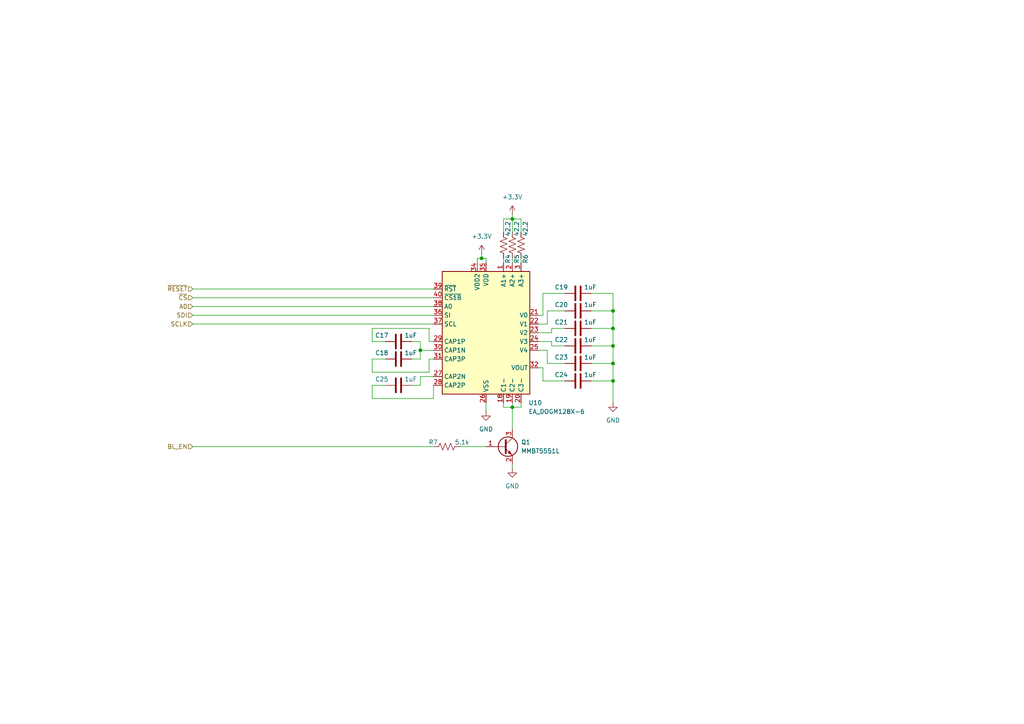
<source format=kicad_sch>
(kicad_sch (version 20250114) (generator "eeschema") (generator_version "9.0")
  (paper "A4")
  (lib_symbols
    (symbol "Device:C" (pin_numbers (hide yes)) (pin_names (offset 0.254))
      (property "Reference" "C" (at 0.635 2.54 0))
      (property "Value" "C" (at 0.635 -2.54 0))
      (symbol "C_0_1"
        (polyline (pts (xy -2.032 0.762) (xy 2.032 0.762)) (stroke (width 0.508)))
        (polyline (pts (xy -2.032 -0.762) (xy 2.032 -0.762)) (stroke (width 0.508)))
      )
      (symbol "C_1_1"
        (pin passive line (at 0 3.81 270) (length 2.794) (name "~") (number "1"))
        (pin passive line (at 0 -3.81 90) (length 2.794) (name "~") (number "2"))
      )
    )
    (symbol "Device:R_US" (pin_numbers (hide yes)) (pin_names (offset 0))
      (property "Reference" "R" (at 2.54 0 90))
      (property "Value" "R_US" (at -2.54 0 90))
      (symbol "R_US_0_1"
        (polyline (pts (xy 0 2.286) (xy 0 2.54)))
        (polyline (pts (xy 0 2.286) (xy 1.016 1.905) (xy 0 1.524) (xy -1.016 1.143) (xy 0 0.762)))
        (polyline (pts (xy 0 0.762) (xy 1.016 0.381) (xy 0 0) (xy -1.016 -0.381) (xy 0 -0.762)))
        (polyline (pts (xy 0 -0.762) (xy 1.016 -1.143) (xy 0 -1.524) (xy -1.016 -1.905) (xy 0 -2.286)))
        (polyline (pts (xy 0 -2.286) (xy 0 -2.54)))
      )
      (symbol "R_US_1_1"
        (pin passive line (at 0 3.81 270) (length 1.27) (name "~") (number "1"))
        (pin passive line (at 0 -3.81 90) (length 1.27) (name "~") (number "2"))
      )
    )
    (symbol "Display_Graphic:EA_DOGM128X-6"
      (property "Reference" "U" (at -11.43 19.05 0))
      (property "Value" "EA_DOGM128X-6" (at 19.05 19.05 0))
      (symbol "EA_DOGM128X-6_1_1"
        (rectangle (start -12.7 17.78) (end 12.7 -17.78) (stroke (width 0.254)) (fill (type background)))
        (pin input line (at -15.24 12.7 0) (length 2.54) (name "~{RST}") (number "39"))
        (pin input line (at -15.24 10.16 0) (length 2.54) (name "~{CS1B}") (number "40"))
        (pin input line (at -15.24 7.62 0) (length 2.54) (name "A0") (number "38"))
        (pin input line (at -15.24 5.08 0) (length 2.54) (name "SI") (number "36"))
        (pin input line (at -15.24 2.54 0) (length 2.54) (name "SCL") (number "37"))
        (pin passive line (at -15.24 -2.54 0) (length 2.54) (name "CAP1P") (number "29"))
        (pin passive line (at -15.24 -5.08 0) (length 2.54) (name "CAP1N") (number "30"))
        (pin passive line (at -15.24 -7.62 0) (length 2.54) (name "CAP3P") (number "31"))
        (pin passive line (at -15.24 -12.7 0) (length 2.54) (name "CAP2N") (number "27"))
        (pin passive line (at -15.24 -15.24 0) (length 2.54) (name "CAP2P") (number "28"))
        (pin power_in line (at -2.54 20.32 270) (length 2.54) (name "VDD2") (number "34"))
        (pin power_in line (at 0 20.32 270) (length 2.54) (name "VDD") (number "35"))
        (pin power_in line (at 0 -20.32 90) (length 2.54) (name "VSS") (number "26"))
        (pin passive line (at 0 -20.32 90) (length 2.54) (hide yes) (name "VSS") (number "33"))
        (pin power_in line (at 5.08 20.32 270) (length 2.54) (name "A1+") (number "1"))
        (pin power_in line (at 5.08 -20.32 90) (length 2.54) (name "C1-") (number "18"))
        (pin power_in line (at 7.62 20.32 270) (length 2.54) (name "A2+") (number "2"))
        (pin power_in line (at 7.62 -20.32 90) (length 2.54) (name "C2-") (number "19"))
        (pin power_in line (at 10.16 20.32 270) (length 2.54) (name "A3+") (number "3"))
        (pin power_in line (at 10.16 -20.32 90) (length 2.54) (name "C3-") (number "20"))
        (pin passive line (at 15.24 5.08 180) (length 2.54) (name "V0") (number "21"))
        (pin passive line (at 15.24 2.54 180) (length 2.54) (name "V1") (number "22"))
        (pin passive line (at 15.24 0 180) (length 2.54) (name "V2") (number "23"))
        (pin passive line (at 15.24 -2.54 180) (length 2.54) (name "V3") (number "24"))
        (pin passive line (at 15.24 -5.08 180) (length 2.54) (name "V4") (number "25"))
        (pin output line (at 15.24 -10.16 180) (length 2.54) (name "VOUT") (number "32"))
      )
    )
    (symbol "Transistor_BJT:MMBT5551L" (pin_names (offset 0) (hide yes))
      (property "Reference" "Q" (at 5.08 1.905 0))
      (property "Value" "MMBT5551L" (at 5.08 0 0))
      (symbol "MMBT5551L_0_1"
        (polyline (pts (xy -2.54 0) (xy 0.635 0)))
        (polyline (pts (xy 0.635 1.905) (xy 0.635 -1.905)) (stroke (width 0.508)))
        (circle (center 1.27 0) (radius 2.8194) (stroke (width 0.254)))
      )
      (symbol "MMBT5551L_1_1"
        (polyline (pts (xy 0.635 0.635) (xy 2.54 2.54)))
        (polyline (pts (xy 0.635 -0.635) (xy 2.54 -2.54)))
        (polyline (pts (xy 1.27 -1.778) (xy 1.778 -1.27) (xy 2.286 -2.286) (xy 1.27 -1.778)) (fill (type outline)))
        (pin input line (at -5.08 0 0) (length 2.54) (name "B") (number "1"))
        (pin passive line (at 2.54 5.08 270) (length 2.54) (name "C") (number "3"))
        (pin passive line (at 2.54 -5.08 90) (length 2.54) (name "E") (number "2"))
      )
    )
    (symbol "power:+3.3V" (power) (pin_numbers (hide yes)) (pin_names (offset 0) (hide yes))
      (property "Value" "+3.3V" (at 0 3.556 0))
      (symbol "+3.3V_0_1"
        (polyline (pts (xy -0.762 1.27) (xy 0 2.54)))
        (polyline (pts (xy 0 2.54) (xy 0.762 1.27)))
        (polyline (pts (xy 0 0) (xy 0 2.54)))
      )
      (symbol "+3.3V_1_1"
        (pin power_in line (at 0 0 90) (length 0) (name "~") (number "1"))
      )
    )
    (symbol "power:GND" (power) (pin_numbers (hide yes)) (pin_names (offset 0) (hide yes))
      (property "Value" "GND" (at 0 -3.81 0))
      (symbol "GND_0_1"
        (polyline (pts (xy 0 0) (xy 0 -1.27) (xy 1.27 -1.27) (xy 0 -2.54) (xy -1.27 -1.27) (xy 0 -1.27)))
      )
      (symbol "GND_1_1"
        (pin power_in line (at 0 0 270) (length 0) (name "~") (number "1"))
      )
    )
  )
  (junction (at 121.92 101.6))
  (junction (at 177.8 100.33))
  (junction (at 139.7 74.93))
  (junction (at 148.59 63.5))
  (junction (at 177.8 90.17))
  (junction (at 177.8 95.25))
  (junction (at 177.8 105.41))
  (junction (at 148.59 118.11))
  (junction (at 177.8 110.49))
  (wire (pts (xy 121.92 104.14) (xy 121.92 101.6)))
  (wire (pts (xy 148.59 74.93) (xy 148.59 76.2)))
  (wire (pts (xy 171.45 105.41) (xy 177.8 105.41)))
  (wire (pts (xy 107.95 104.14) (xy 111.76 104.14)))
  (wire (pts (xy 55.88 93.98) (xy 125.73 93.98)))
  (wire (pts (xy 119.38 104.14) (xy 121.92 104.14)))
  (wire (pts (xy 148.59 63.5) (xy 151.13 63.5)))
  (wire (pts (xy 121.92 99.06) (xy 119.38 99.06)))
  (wire (pts (xy 177.8 105.41) (xy 177.8 110.49)))
  (wire (pts (xy 160.02 99.06) (xy 160.02 100.33)))
  (wire (pts (xy 177.8 110.49) (xy 177.8 116.84)))
  (wire (pts (xy 55.88 88.9) (xy 125.73 88.9)))
  (wire (pts (xy 138.43 74.93) (xy 139.7 74.93)))
  (wire (pts (xy 146.05 63.5) (xy 148.59 63.5)))
  (wire (pts (xy 177.8 90.17) (xy 177.8 95.25)))
  (wire (pts (xy 148.59 63.5) (xy 148.59 67.31)))
  (wire (pts (xy 177.8 95.25) (xy 177.8 100.33)))
  (wire (pts (xy 171.45 95.25) (xy 177.8 95.25)))
  (wire (pts (xy 133.35 129.54) (xy 140.97 129.54)))
  (wire (pts (xy 171.45 100.33) (xy 177.8 100.33)))
  (wire (pts (xy 171.45 90.17) (xy 177.8 90.17)))
  (wire (pts (xy 107.95 95.25) (xy 107.95 99.06)))
  (wire (pts (xy 148.59 118.11) (xy 151.13 118.11)))
  (wire (pts (xy 158.75 101.6) (xy 158.75 105.41)))
  (wire (pts (xy 55.88 86.36) (xy 125.73 86.36)))
  (wire (pts (xy 151.13 74.93) (xy 151.13 76.2)))
  (wire (pts (xy 146.05 116.84) (xy 146.05 118.11)))
  (wire (pts (xy 171.45 110.49) (xy 177.8 110.49)))
  (wire (pts (xy 124.46 107.95) (xy 107.95 107.95)))
  (wire (pts (xy 125.73 104.14) (xy 124.46 104.14)))
  (wire (pts (xy 146.05 118.11) (xy 148.59 118.11)))
  (wire (pts (xy 125.73 99.06) (xy 124.46 99.06)))
  (wire (pts (xy 158.75 105.41) (xy 163.83 105.41)))
  (wire (pts (xy 151.13 118.11) (xy 151.13 116.84)))
  (wire (pts (xy 157.48 106.68) (xy 157.48 110.49)))
  (wire (pts (xy 124.46 99.06) (xy 124.46 95.25)))
  (wire (pts (xy 156.21 91.44) (xy 157.48 91.44)))
  (wire (pts (xy 121.92 101.6) (xy 121.92 99.06)))
  (wire (pts (xy 157.48 85.09) (xy 163.83 85.09)))
  (wire (pts (xy 107.95 107.95) (xy 107.95 104.14)))
  (wire (pts (xy 107.95 115.57) (xy 125.73 115.57)))
  (wire (pts (xy 140.97 116.84) (xy 140.97 119.38)))
  (wire (pts (xy 156.21 93.98) (xy 158.75 93.98)))
  (wire (pts (xy 157.48 91.44) (xy 157.48 85.09)))
  (wire (pts (xy 157.48 106.68) (xy 156.21 106.68)))
  (wire (pts (xy 124.46 104.14) (xy 124.46 107.95)))
  (wire (pts (xy 177.8 85.09) (xy 177.8 90.17)))
  (wire (pts (xy 158.75 93.98) (xy 158.75 90.17)))
  (wire (pts (xy 177.8 100.33) (xy 177.8 105.41)))
  (wire (pts (xy 55.88 91.44) (xy 125.73 91.44)))
  (wire (pts (xy 148.59 134.62) (xy 148.59 135.89)))
  (wire (pts (xy 121.92 101.6) (xy 125.73 101.6)))
  (wire (pts (xy 121.92 109.22) (xy 125.73 109.22)))
  (wire (pts (xy 156.21 96.52) (xy 160.02 96.52)))
  (wire (pts (xy 148.59 118.11) (xy 148.59 124.46)))
  (wire (pts (xy 121.92 109.22) (xy 121.92 111.76)))
  (wire (pts (xy 124.46 95.25) (xy 107.95 95.25)))
  (wire (pts (xy 146.05 74.93) (xy 146.05 76.2)))
  (wire (pts (xy 55.88 83.82) (xy 125.73 83.82)))
  (wire (pts (xy 119.38 111.76) (xy 121.92 111.76)))
  (wire (pts (xy 125.73 111.76) (xy 125.73 115.57)))
  (wire (pts (xy 148.59 116.84) (xy 148.59 118.11)))
  (wire (pts (xy 171.45 85.09) (xy 177.8 85.09)))
  (wire (pts (xy 148.59 62.23) (xy 148.59 63.5)))
  (wire (pts (xy 139.7 74.93) (xy 139.7 73.66)))
  (wire (pts (xy 140.97 76.2) (xy 140.97 74.93)))
  (wire (pts (xy 107.95 111.76) (xy 107.95 115.57)))
  (wire (pts (xy 55.88 129.54) (xy 125.73 129.54)))
  (wire (pts (xy 157.48 110.49) (xy 163.83 110.49)))
  (wire (pts (xy 111.76 111.76) (xy 107.95 111.76)))
  (wire (pts (xy 160.02 96.52) (xy 160.02 95.25)))
  (wire (pts (xy 138.43 76.2) (xy 138.43 74.93)))
  (wire (pts (xy 107.95 99.06) (xy 111.76 99.06)))
  (wire (pts (xy 156.21 99.06) (xy 160.02 99.06)))
  (wire (pts (xy 158.75 90.17) (xy 163.83 90.17)))
  (wire (pts (xy 151.13 63.5) (xy 151.13 67.31)))
  (wire (pts (xy 160.02 100.33) (xy 163.83 100.33)))
  (wire (pts (xy 156.21 101.6) (xy 158.75 101.6)))
  (wire (pts (xy 146.05 67.31) (xy 146.05 63.5)))
  (wire (pts (xy 160.02 95.25) (xy 163.83 95.25)))
  (wire (pts (xy 139.7 74.93) (xy 140.97 74.93)))
  (hierarchical_label "~{CS}" (shape input) (at 55.88 86.36 180))
  (hierarchical_label "~{RESET}" (shape input) (at 55.88 83.82 180))
  (hierarchical_label "SDI" (shape input) (at 55.88 91.44 180))
  (hierarchical_label "A0" (shape input) (at 55.88 88.9 180))
  (hierarchical_label "SCLK" (shape input) (at 55.88 93.98 180))
  (hierarchical_label "BL_EN" (shape input) (at 55.88 129.54 180))
  (symbol (lib_id "Device:R_US") (at 129.54 129.54 90) (unit 1)
    (property "Reference" "R7" (at 127 128.27 90) (effects (justify left)))
    (property "Value" "5.1k" (at 136.144 128.27 90) (effects (justify left)))
    (property "Footprint" "Resistor_SMD:R_0603_1608Metric" (effects (hide yes)))
    (property "Description" "Resistor, US symbol" (effects (hide yes)))
  )
  (symbol (lib_id "power:+3.3V") (at 148.59 62.23 0) (unit 1)
    (property "Reference" "#PWR058" (effects (hide yes)))
    (property "Value" "+3.3V" (at 148.59 57.15 0))
    (property "Description" "Power symbol creates a global label with name \"+3.3V\"" (effects (hide yes)))
  )
  (symbol (lib_id "power:+3.3V") (at 139.7 73.66 0) (unit 1)
    (property "Reference" "#PWR055" (effects (hide yes)))
    (property "Value" "+3.3V" (at 139.7 68.58 0))
    (property "Description" "Power symbol creates a global label with name \"+3.3V\"" (effects (hide yes)))
  )
  (symbol (lib_id "Device:C") (at 115.57 104.14 90) (unit 1)
    (property "Reference" "C18" (at 110.744 102.362 90))
    (property "Value" "1uF" (at 119.126 102.362 90))
    (property "Footprint" "Capacitor_SMD:C_0603_1608Metric" (effects (hide yes)))
    (property "Description" "Unpolarized capacitor" (effects (hide yes)))
  )
  (symbol (lib_id "Device:C") (at 167.64 95.25 90) (unit 1)
    (property "Reference" "C21" (at 162.814 93.472 90))
    (property "Value" "1uF" (at 171.196 93.472 90))
    (property "Footprint" "Capacitor_SMD:C_0603_1608Metric" (effects (hide yes)))
    (property "Description" "Unpolarized capacitor" (effects (hide yes)))
  )
  (symbol (lib_id "Device:C") (at 115.57 111.76 90) (unit 1)
    (property "Reference" "C25" (at 110.744 109.982 90))
    (property "Value" "1uF" (at 119.126 109.982 90))
    (property "Footprint" "Capacitor_SMD:C_0603_1608Metric" (effects (hide yes)))
    (property "Description" "Unpolarized capacitor" (effects (hide yes)))
  )
  (symbol (lib_id "Device:R_US") (at 146.05 71.12 0) (unit 1)
    (property "Reference" "R4" (at 147.32 76.454 90) (effects (justify left)))
    (property "Value" "42.2" (at 147.32 68.58 90) (effects (justify left)))
    (property "Footprint" "Resistor_SMD:R_0603_1608Metric" (effects (hide yes)))
    (property "Description" "Resistor, US symbol" (effects (hide yes)))
  )
  (symbol (lib_id "Device:R_US") (at 151.13 71.12 0) (unit 1)
    (property "Reference" "R6" (at 152.4 76.454 90) (effects (justify left)))
    (property "Value" "42.2" (at 152.4 68.58 90) (effects (justify left)))
    (property "Footprint" "Resistor_SMD:R_0603_1608Metric" (effects (hide yes)))
    (property "Description" "Resistor, US symbol" (effects (hide yes)))
  )
  (symbol (lib_id "Display_Graphic:EA_DOGM128X-6") (at 140.97 96.52 0) (unit 1)
    (property "Reference" "U10" (at 153.2733 116.84 0) (effects (justify left)))
    (property "Value" "EA_DOGM128X-6" (at 153.2733 119.38 0) (effects (justify left)))
    (property "Footprint" "Display:EA_DOGM128-6" (effects (hide yes)))
    (property "Datasheet" "https://www.lcd-module.de/eng/pdf/grafik/dogm128e.pdf" (effects (hide yes)))
    (property "Description" "EA DOGM128X-6 Graphical Display 128x64 optional backlight SPI 3.0-3.3V" (effects (hide yes)))
  )
  (symbol (lib_id "Device:C") (at 167.64 110.49 90) (unit 1)
    (property "Reference" "C24" (at 162.814 108.712 90))
    (property "Value" "1uF" (at 171.196 108.712 90))
    (property "Footprint" "Capacitor_SMD:C_0603_1608Metric" (effects (hide yes)))
    (property "Description" "Unpolarized capacitor" (effects (hide yes)))
  )
  (symbol (lib_id "Device:R_US") (at 148.59 71.12 0) (unit 1)
    (property "Reference" "R5" (at 149.86 76.454 90) (effects (justify left)))
    (property "Value" "42.2" (at 149.86 68.58 90) (effects (justify left)))
    (property "Footprint" "Resistor_SMD:R_0603_1608Metric" (effects (hide yes)))
    (property "Description" "Resistor, US symbol" (effects (hide yes)))
  )
  (symbol (lib_id "Device:C") (at 115.57 99.06 90) (unit 1)
    (property "Reference" "C17" (at 110.744 97.282 90))
    (property "Value" "1uF" (at 119.126 97.282 90))
    (property "Footprint" "Capacitor_SMD:C_0603_1608Metric" (effects (hide yes)))
    (property "Description" "Unpolarized capacitor" (effects (hide yes)))
  )
  (symbol (lib_id "power:GND") (at 148.59 135.89 0) (unit 1)
    (property "Reference" "#PWR059" (effects (hide yes)))
    (property "Value" "GND" (at 148.59 140.97 0))
    (property "Description" "Power symbol creates a global label with name \"GND\" , ground" (effects (hide yes)))
  )
  (symbol (lib_id "Device:C") (at 167.64 90.17 90) (unit 1)
    (property "Reference" "C20" (at 162.814 88.392 90))
    (property "Value" "1uF" (at 171.196 88.392 90))
    (property "Footprint" "Capacitor_SMD:C_0603_1608Metric" (effects (hide yes)))
    (property "Description" "Unpolarized capacitor" (effects (hide yes)))
  )
  (symbol (lib_id "power:GND") (at 140.97 119.38 0) (unit 1)
    (property "Reference" "#PWR057" (effects (hide yes)))
    (property "Value" "GND" (at 140.97 124.46 0))
    (property "Description" "Power symbol creates a global label with name \"GND\" , ground" (effects (hide yes)))
  )
  (symbol (lib_id "Device:C") (at 167.64 100.33 90) (unit 1)
    (property "Reference" "C22" (at 162.814 98.552 90))
    (property "Value" "1uF" (at 171.196 98.552 90))
    (property "Footprint" "Capacitor_SMD:C_0603_1608Metric" (effects (hide yes)))
    (property "Description" "Unpolarized capacitor" (effects (hide yes)))
  )
  (symbol (lib_id "Device:C") (at 167.64 105.41 90) (unit 1)
    (property "Reference" "C23" (at 162.814 103.632 90))
    (property "Value" "1uF" (at 171.196 103.632 90))
    (property "Footprint" "Capacitor_SMD:C_0603_1608Metric" (effects (hide yes)))
    (property "Description" "Unpolarized capacitor" (effects (hide yes)))
  )
  (symbol (lib_id "Device:C") (at 167.64 85.09 90) (unit 1)
    (property "Reference" "C19" (at 162.814 83.312 90))
    (property "Value" "1uF" (at 171.196 83.312 90))
    (property "Footprint" "Capacitor_SMD:C_0603_1608Metric" (effects (hide yes)))
    (property "Description" "Unpolarized capacitor" (effects (hide yes)))
  )
  (symbol (lib_id "power:GND") (at 177.8 116.84 0) (unit 1)
    (property "Reference" "#PWR056" (effects (hide yes)))
    (property "Value" "GND" (at 177.8 121.92 0))
    (property "Description" "Power symbol creates a global label with name \"GND\" , ground" (effects (hide yes)))
  )
  (symbol (lib_id "Transistor_BJT:MMBT5551L") (at 146.05 129.54 0) (unit 1)
    (property "Reference" "Q1" (at 151.13 128.2699 0) (effects (justify left)))
    (property "Value" "MMBT5551L" (at 151.13 130.8099 0) (effects (justify left)))
    (property "Footprint" "Package_TO_SOT_SMD:SOT-23" (effects (hide yes)))
    (property "Datasheet" "www.onsemi.com/pub/Collateral/MMBT5550LT1-D.PDF" (effects (hide yes)))
    (property "Description" "0.6A Ic, 160V Vce, NPN Transistor, SOT-23" (effects (hide yes)))
  )
)
</source>
